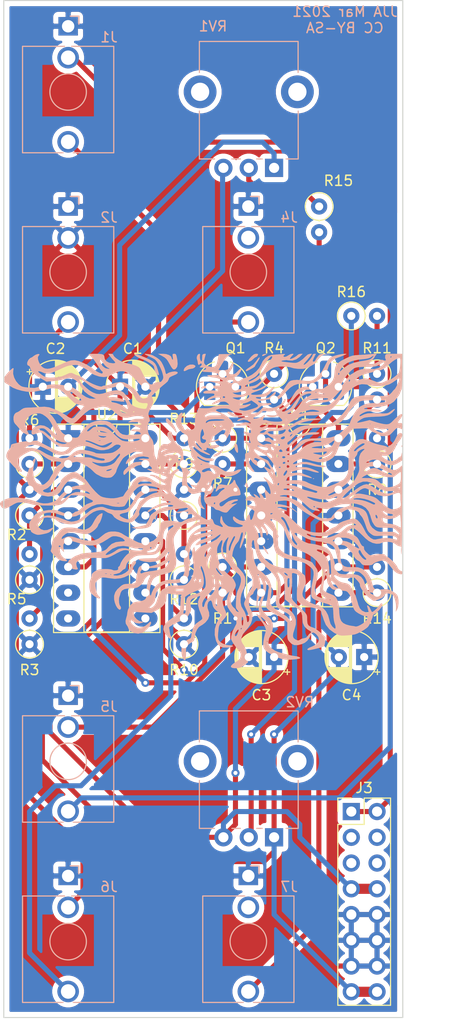
<source format=kicad_pcb>
(kicad_pcb (version 20171130) (host pcbnew 5.1.5+dfsg1-2build2)
  (layers (0 Front signal) (31 Back signal) (34 B.Paste user) (35 F.Paste user) (36 B.SilkS user) (37 F.SilkS user) (38 B.Mask user) (39 F.Mask user) (44 Edge.Cuts user))
  (net 0 "")
  (net 1 GND)
  (net 2 +12V)
  (net 3 -12V)
  (net 4 GATE)
  (net 5 "Net-(J1-PadT)")
  (net 6 "Net-(J2-PadT)")
  (net 7 "Net-(J3-Pad3)")
  (net 8 "Net-(J3-Pad4)")
  (net 9 "Net-(J3-Pad5)")
  (net 10 "Net-(J3-Pad6)")
  (net 11 "Net-(J4-PadTN)")
  (net 12 "Net-(J4-PadT)")
  (net 13 "Net-(J5-PadT)")
  (net 14 "Net-(J6-PadT)")
  (net 15 "Net-(J7-PadT)")
  (net 16 "Net-(J7-PadTN)")
  (net 17 "Net-(Q1-Pad1)")
  (net 18 "Net-(Q1-Pad3)")
  (net 19 "Net-(Q1-Pad2)")
  (net 20 "Net-(Q2-Pad2)")
  (net 21 "Net-(Q2-Pad3)")
  (net 22 "Net-(Q2-Pad1)")
  (net 23 "Net-(R1-Pad1)")
  (net 24 "Net-(R2-Pad1)")
  (net 25 "Net-(R3-Pad2)")
  (net 26 "Net-(R6-Pad1)")
  (net 27 "Net-(R7-Pad2)")
  (net 28 "Net-(R11-Pad2)")
  (net 29 "Net-(R12-Pad2)")
  (net 30 "Net-(R10-Pad2)")
  (net 31 "Net-(R13-Pad1)")
  (net 32 "Net-(R14-Pad2)")
  (net 33 "Net-(U2-Pad9)")
  (net 34 "Net-(U2-Pad10)")
  (net 35 "Net-(U2-Pad7)")
  (net 36 "Net-(U2-Pad8)")
  (net 37 "Net-(R15-Pad1)")
  (net 38 "Net-(R16-Pad1)")
  (module sun:sun_durer_40x30 (layer Back) (at 61.214 87.3125 180)
    (fp_text reference G*** hide)
    (fp_text value LOGO hide)
  )
  (module Resistor_THT:R_Axial_DIN0207_L6.3mm_D2.5mm_P2.54mm_Vertical (layer Front) (at 73.025 57.15 270)
    (fp_text reference R15 (at -2.54 -1.905 180) (layer F.SilkS))
    (fp_text value 22k)
    (pad 2 thru_hole oval (at 2.54 0 270) (size 1.6 1.6) (drill 0.8) (layers *.Cu *.Mask) (net 18 "Net-(Q1-Pad3)"))
    (pad 1 thru_hole circle (at 0 0 270) (size 1.6 1.6) (drill 0.8) (layers *.Cu *.Mask) (net 37 "Net-(R15-Pad1)"))
  )
  (module Resistor_THT:R_Axial_DIN0207_L6.3mm_D2.5mm_P2.54mm_Vertical (layer Front) (at 76.2 67.945)
    (fp_text reference R16 (at 0 -2.37) (layer F.SilkS))
    (fp_text value 22k)
    (pad 2 thru_hole oval (at 2.54 0) (size 1.6 1.6) (drill 0.8) (layers *.Cu *.Mask) (net 21 "Net-(Q2-Pad3)"))
    (pad 1 thru_hole circle (at 0 0) (size 1.6 1.6) (drill 0.8) (layers *.Cu *.Mask) (net 38 "Net-(R16-Pad1)"))
  )
  (module Resistor_THT:R_Axial_DIN0207_L6.3mm_D2.5mm_P2.54mm_Vertical (layer Front) (at 63.5 92.71 270)
    (fp_text reference R1 (at 5.08 0 180) (layer F.SilkS))
    (fp_text value 100k)
    (pad 2 thru_hole oval (at 2.54 0 270) (size 1.6 1.6) (drill 0.8) (layers *.Cu *.Mask) (net 5 "Net-(J1-PadT)"))
    (pad 1 thru_hole circle (at 0 0 270) (size 1.6 1.6) (drill 0.8) (layers *.Cu *.Mask) (net 23 "Net-(R1-Pad1)"))
  )
  (module Resistor_THT:R_Axial_DIN0207_L6.3mm_D2.5mm_P2.54mm_Vertical (layer Front) (at 44.45 87.63 90)
    (fp_text reference R2 (at -1.905 -1.27) (layer F.SilkS))
    (fp_text value 100k)
    (pad 2 thru_hole oval (at 2.54 0 90) (size 1.6 1.6) (drill 0.8) (layers *.Cu *.Mask) (net 6 "Net-(J2-PadT)"))
    (pad 1 thru_hole circle (at 0 0 90) (size 1.6 1.6) (drill 0.8) (layers *.Cu *.Mask) (net 24 "Net-(R2-Pad1)"))
  )
  (module Resistor_THT:R_Axial_DIN0207_L6.3mm_D2.5mm_P2.54mm_Vertical (layer Front) (at 44.45 100.33 90)
    (fp_text reference R3 (at -2.54 0) (layer F.SilkS))
    (fp_text value 220R)
    (pad 2 thru_hole oval (at 2.54 0 90) (size 1.6 1.6) (drill 0.8) (layers *.Cu *.Mask) (net 25 "Net-(R3-Pad2)"))
    (pad 1 thru_hole circle (at 0 0 90) (size 1.6 1.6) (drill 0.8) (layers *.Cu *.Mask) (net 1 GND))
  )
  (module Resistor_THT:R_Axial_DIN0207_L6.3mm_D2.5mm_P2.54mm_Vertical (layer Front) (at 68.58 73.66 270)
    (fp_text reference R4 (at -2.54 0 180) (layer F.SilkS))
    (fp_text value 100k)
    (pad 2 thru_hole oval (at 2.54 0 270) (size 1.6 1.6) (drill 0.8) (layers *.Cu *.Mask) (net 23 "Net-(R1-Pad1)"))
    (pad 1 thru_hole circle (at 0 0 270) (size 1.6 1.6) (drill 0.8) (layers *.Cu *.Mask) (net 18 "Net-(Q1-Pad3)"))
  )
  (module Resistor_THT:R_Axial_DIN0207_L6.3mm_D2.5mm_P2.54mm_Vertical (layer Front) (at 44.45 93.98 90)
    (fp_text reference R5 (at -1.905 -1.27 180) (layer F.SilkS))
    (fp_text value 220R)
    (pad 2 thru_hole oval (at 2.54 0 90) (size 1.6 1.6) (drill 0.8) (layers *.Cu *.Mask) (net 24 "Net-(R2-Pad1)"))
    (pad 1 thru_hole circle (at 0 0 90) (size 1.6 1.6) (drill 0.8) (layers *.Cu *.Mask) (net 1 GND))
  )
  (module Resistor_THT:R_Axial_DIN0207_L6.3mm_D2.5mm_P2.54mm_Vertical (layer Front) (at 44.45 82.55 90)
    (fp_text reference R6 (at 4.318 0) (layer F.SilkS))
    (fp_text value 13k)
    (pad 2 thru_hole oval (at 2.54 0 90) (size 1.6 1.6) (drill 0.8) (layers *.Cu *.Mask) (net 2 +12V))
    (pad 1 thru_hole circle (at 0 0 90) (size 1.6 1.6) (drill 0.8) (layers *.Cu *.Mask) (net 26 "Net-(R6-Pad1)"))
  )
  (module Resistor_THT:R_Axial_DIN0207_L6.3mm_D2.5mm_P2.54mm_Vertical (layer Front) (at 63.5 80.01 270)
    (fp_text reference R7 (at 4.445 0 180) (layer F.SilkS))
    (fp_text value 330k)
    (pad 2 thru_hole oval (at 2.54 0 270) (size 1.6 1.6) (drill 0.8) (layers *.Cu *.Mask) (net 27 "Net-(R7-Pad2)"))
    (pad 1 thru_hole circle (at 0 0 270) (size 1.6 1.6) (drill 0.8) (layers *.Cu *.Mask) (net 12 "Net-(J4-PadT)"))
  )
  (module Resistor_THT:R_Axial_DIN0207_L6.3mm_D2.5mm_P2.54mm_Vertical (layer Front) (at 78.74 82.55 90)
    (fp_text reference R8 (at -2.54 0 180) (layer F.SilkS))
    (fp_text value 100k)
    (pad 2 thru_hole oval (at 2.54 0 90) (size 1.6 1.6) (drill 0.8) (layers *.Cu *.Mask) (net 13 "Net-(J5-PadT)"))
    (pad 1 thru_hole circle (at 0 0 90) (size 1.6 1.6) (drill 0.8) (layers *.Cu *.Mask) (net 28 "Net-(R11-Pad2)"))
  )
  (module Resistor_THT:R_Axial_DIN0207_L6.3mm_D2.5mm_P2.54mm_Vertical (layer Front) (at 59.69 87.63 90)
    (fp_text reference R9 (at 5.08 0) (layer F.SilkS))
    (fp_text value 100k)
    (pad 2 thru_hole oval (at 2.54 0 90) (size 1.6 1.6) (drill 0.8) (layers *.Cu *.Mask) (net 14 "Net-(J6-PadT)"))
    (pad 1 thru_hole circle (at 0 0 90) (size 1.6 1.6) (drill 0.8) (layers *.Cu *.Mask) (net 29 "Net-(R12-Pad2)"))
  )
  (module Resistor_THT:R_Axial_DIN0207_L6.3mm_D2.5mm_P2.54mm_Vertical (layer Front) (at 59.69 100.33 90)
    (fp_text reference R10 (at -2.54 0) (layer F.SilkS))
    (fp_text value 220R)
    (pad 2 thru_hole oval (at 2.54 0 90) (size 1.6 1.6) (drill 0.8) (layers *.Cu *.Mask) (net 30 "Net-(R10-Pad2)"))
    (pad 1 thru_hole circle (at 0 0 90) (size 1.6 1.6) (drill 0.8) (layers *.Cu *.Mask) (net 1 GND))
  )
  (module Resistor_THT:R_Axial_DIN0207_L6.3mm_D2.5mm_P2.54mm_Vertical (layer Front) (at 78.74 73.66 270)
    (fp_text reference R11 (at -2.54 0) (layer F.SilkS))
    (fp_text value 100k)
    (pad 2 thru_hole oval (at 2.54 0 270) (size 1.6 1.6) (drill 0.8) (layers *.Cu *.Mask) (net 28 "Net-(R11-Pad2)"))
    (pad 1 thru_hole circle (at 0 0 270) (size 1.6 1.6) (drill 0.8) (layers *.Cu *.Mask) (net 21 "Net-(Q2-Pad3)"))
  )
  (module Resistor_THT:R_Axial_DIN0207_L6.3mm_D2.5mm_P2.54mm_Vertical (layer Front) (at 59.69 93.98 90)
    (fp_text reference R12 (at -1.905 0) (layer F.SilkS))
    (fp_text value 220R)
    (pad 2 thru_hole oval (at 2.54 0 90) (size 1.6 1.6) (drill 0.8) (layers *.Cu *.Mask) (net 29 "Net-(R12-Pad2)"))
    (pad 1 thru_hole circle (at 0 0 90) (size 1.6 1.6) (drill 0.8) (layers *.Cu *.Mask) (net 1 GND))
  )
  (module Resistor_THT:R_Axial_DIN0207_L6.3mm_D2.5mm_P2.54mm_Vertical (layer Front) (at 59.69 82.55 90)
    (fp_text reference R13 (at 4.445 0 180) (layer F.SilkS))
    (fp_text value 13k)
    (pad 2 thru_hole oval (at 2.54 0 90) (size 1.6 1.6) (drill 0.8) (layers *.Cu *.Mask) (net 2 +12V))
    (pad 1 thru_hole circle (at 0 0 90) (size 1.6 1.6) (drill 0.8) (layers *.Cu *.Mask) (net 31 "Net-(R13-Pad1)"))
  )
  (module Resistor_THT:R_Axial_DIN0207_L6.3mm_D2.5mm_P2.54mm_Vertical (layer Front) (at 78.74 95.25 90)
    (fp_text reference R14 (at -2.54 0) (layer F.SilkS))
    (fp_text value 330k)
    (pad 2 thru_hole oval (at 2.54 0 90) (size 1.6 1.6) (drill 0.8) (layers *.Cu *.Mask) (net 32 "Net-(R14-Pad2)"))
    (pad 1 thru_hole circle (at 0 0 90) (size 1.6 1.6) (drill 0.8) (layers *.Cu *.Mask) (net 15 "Net-(J7-PadT)"))
  )
  (module Capacitor_THT:CP_Radial_D5.0mm_P2.50mm (layer Front) (at 53.38 74.93)
    (fp_text reference C1 (at 1.25 -3.75) (layer F.SilkS))
    (fp_text value 0.1u)
    (pad 2 thru_hole circle (at 2.5 0) (size 1.6 1.6) (drill 0.8) (layers *.Cu *.Mask) (net 1 GND))
    (pad 1 thru_hole rect (at 0 0) (size 1.6 1.6) (drill 0.8) (layers *.Cu *.Mask) (net 2 +12V))
  )
  (module Capacitor_THT:CP_Radial_D5.0mm_P2.50mm (layer Front) (at 45.76 74.93)
    (fp_text reference C2 (at 1.25 -3.75) (layer F.SilkS))
    (fp_text value 0.1u)
    (pad 1 thru_hole rect (at 0 0) (size 1.6 1.6) (drill 0.8) (layers *.Cu *.Mask) (net 1 GND))
    (pad 2 thru_hole circle (at 2.5 0) (size 1.6 1.6) (drill 0.8) (layers *.Cu *.Mask) (net 3 -12V))
  )
  (module Capacitor_THT:CP_Radial_D5.0mm_P2.50mm (layer Front) (at 68.58 101.6 180)
    (fp_text reference C3 (at 1.25 -3.75) (layer F.SilkS))
    (fp_text value 0.1u)
    (pad 2 thru_hole circle (at 2.5 0 180) (size 1.6 1.6) (drill 0.8) (layers *.Cu *.Mask) (net 1 GND))
    (pad 1 thru_hole rect (at 0 0 180) (size 1.6 1.6) (drill 0.8) (layers *.Cu *.Mask) (net 2 +12V))
  )
  (module Capacitor_THT:CP_Radial_D5.0mm_P2.50mm (layer Front) (at 77.47 101.6 180)
    (fp_text reference C4 (at 1.25 -3.75) (layer F.SilkS))
    (fp_text value 0.1u)
    (pad 1 thru_hole rect (at 0 0 180) (size 1.6 1.6) (drill 0.8) (layers *.Cu *.Mask) (net 1 GND))
    (pad 2 thru_hole circle (at 2.5 0 180) (size 1.6 1.6) (drill 0.8) (layers *.Cu *.Mask) (net 3 -12V))
  )
  (module Connector_Audio:Jack_3.5mm_QingPu_WQP-PJ398SM_Vertical_CircularHoles (layer Back) (at 48.26 39.37 180)
    (fp_text reference J1 (at -4.03 -1.08 180) (layer B.SilkS) (effects (justify mirror)))
    (fp_text value CV1)
    (pad TN thru_hole circle (at 0 -3.1) (size 2.13 2.13) (drill 1.42) (layers *.Cu *.Mask) (net 4 GATE))
    (pad S thru_hole rect (at 0 0) (size 1.93 1.83) (drill 1.22) (layers *.Cu *.Mask) (net 1 GND))
    (pad T thru_hole circle (at 0 -11.4) (size 2.13 2.13) (drill 1.43) (layers *.Cu *.Mask) (net 5 "Net-(J1-PadT)"))
  )
  (module Connector_Audio:Jack_3.5mm_QingPu_WQP-PJ398SM_Vertical_CircularHoles (layer Back) (at 48.26 57.15 180)
    (fp_text reference J2 (at -4.03 -1.08 180) (layer B.SilkS) (effects (justify mirror)))
    (fp_text value IN1)
    (pad T thru_hole circle (at 0 -11.4) (size 2.13 2.13) (drill 1.43) (layers *.Cu *.Mask) (net 6 "Net-(J2-PadT)"))
    (pad S thru_hole rect (at 0 0) (size 1.93 1.83) (drill 1.22) (layers *.Cu *.Mask) (net 1 GND))
    (pad TN thru_hole circle (at 0 -3.1) (size 2.13 2.13) (drill 1.42) (layers *.Cu *.Mask) (net 1 GND))
  )
  (module Connector_PinHeader_2.54mm:PinHeader_2x08_P2.54mm_Vertical (layer Front) (at 76.2 116.84)
    (fp_text reference J3 (at 1.27 -2.33) (layer F.SilkS))
    (fp_text value Conn_02x08_Odd_Even)
    (pad 1 thru_hole rect (at 0 0) (size 1.7 1.7) (drill 1) (layers *.Cu *.Mask) (net 4 GATE))
    (pad 2 thru_hole oval (at 2.54 0) (size 1.7 1.7) (drill 1) (layers *.Cu *.Mask) (net 4 GATE))
    (pad 3 thru_hole oval (at 0 2.54) (size 1.7 1.7) (drill 1) (layers *.Cu *.Mask) (net 7 "Net-(J3-Pad3)"))
    (pad 4 thru_hole oval (at 2.54 2.54) (size 1.7 1.7) (drill 1) (layers *.Cu *.Mask) (net 8 "Net-(J3-Pad4)"))
    (pad 5 thru_hole oval (at 0 5.08) (size 1.7 1.7) (drill 1) (layers *.Cu *.Mask) (net 9 "Net-(J3-Pad5)"))
    (pad 6 thru_hole oval (at 2.54 5.08) (size 1.7 1.7) (drill 1) (layers *.Cu *.Mask) (net 10 "Net-(J3-Pad6)"))
    (pad 7 thru_hole oval (at 0 7.62) (size 1.7 1.7) (drill 1) (layers *.Cu *.Mask) (net 2 +12V))
    (pad 8 thru_hole oval (at 2.54 7.62) (size 1.7 1.7) (drill 1) (layers *.Cu *.Mask) (net 2 +12V))
    (pad 9 thru_hole oval (at 0 10.16) (size 1.7 1.7) (drill 1) (layers *.Cu *.Mask) (net 1 GND))
    (pad 10 thru_hole oval (at 2.54 10.16) (size 1.7 1.7) (drill 1) (layers *.Cu *.Mask) (net 1 GND))
    (pad 11 thru_hole oval (at 0 12.7) (size 1.7 1.7) (drill 1) (layers *.Cu *.Mask) (net 1 GND))
    (pad 12 thru_hole oval (at 2.54 12.7) (size 1.7 1.7) (drill 1) (layers *.Cu *.Mask) (net 1 GND))
    (pad 13 thru_hole oval (at 0 15.24) (size 1.7 1.7) (drill 1) (layers *.Cu *.Mask) (net 1 GND))
    (pad 14 thru_hole oval (at 2.54 15.24) (size 1.7 1.7) (drill 1) (layers *.Cu *.Mask) (net 1 GND))
    (pad 15 thru_hole oval (at 0 17.78) (size 1.7 1.7) (drill 1) (layers *.Cu *.Mask) (net 3 -12V))
    (pad 16 thru_hole oval (at 2.54 17.78) (size 1.7 1.7) (drill 1) (layers *.Cu *.Mask) (net 3 -12V))
  )
  (module Connector_Audio:Jack_3.5mm_QingPu_WQP-PJ398SM_Vertical_CircularHoles (layer Back) (at 66.04 57.15 180)
    (fp_text reference J4 (at -4.03 -1.08 180) (layer B.SilkS) (effects (justify mirror)))
    (fp_text value OUT1)
    (pad TN thru_hole circle (at 0 -3.1) (size 2.13 2.13) (drill 1.42) (layers *.Cu *.Mask) (net 11 "Net-(J4-PadTN)"))
    (pad S thru_hole rect (at 0 0) (size 1.93 1.83) (drill 1.22) (layers *.Cu *.Mask) (net 1 GND))
    (pad T thru_hole circle (at 0 -11.4) (size 2.13 2.13) (drill 1.43) (layers *.Cu *.Mask) (net 12 "Net-(J4-PadT)"))
  )
  (module Connector_Audio:Jack_3.5mm_QingPu_WQP-PJ398SM_Vertical_CircularHoles (layer Back) (at 48.26 105.41 180)
    (fp_text reference J5 (at -4.03 -1.08 180) (layer B.SilkS) (effects (justify mirror)))
    (fp_text value CV2)
    (pad TN thru_hole circle (at 0 -3.1) (size 2.13 2.13) (drill 1.42) (layers *.Cu *.Mask) (net 5 "Net-(J1-PadT)"))
    (pad S thru_hole rect (at 0 0) (size 1.93 1.83) (drill 1.22) (layers *.Cu *.Mask) (net 1 GND))
    (pad T thru_hole circle (at 0 -11.4) (size 2.13 2.13) (drill 1.43) (layers *.Cu *.Mask) (net 13 "Net-(J5-PadT)"))
  )
  (module Connector_Audio:Jack_3.5mm_QingPu_WQP-PJ398SM_Vertical_CircularHoles (layer Back) (at 48.26 123.19 180)
    (fp_text reference J6 (at -4.03 -1.08 180) (layer B.SilkS) (effects (justify mirror)))
    (fp_text value IN2)
    (pad T thru_hole circle (at 0 -11.4) (size 2.13 2.13) (drill 1.43) (layers *.Cu *.Mask) (net 14 "Net-(J6-PadT)"))
    (pad S thru_hole rect (at 0 0) (size 1.93 1.83) (drill 1.22) (layers *.Cu *.Mask) (net 1 GND))
    (pad TN thru_hole circle (at 0 -3.1) (size 2.13 2.13) (drill 1.42) (layers *.Cu *.Mask) (net 6 "Net-(J2-PadT)"))
  )
  (module Connector_Audio:Jack_3.5mm_QingPu_WQP-PJ398SM_Vertical_CircularHoles (layer Back) (at 66.04 123.19 180)
    (fp_text reference J7 (at -4.03 -1.08 180) (layer B.SilkS) (effects (justify mirror)))
    (fp_text value OUT2)
    (pad T thru_hole circle (at 0 -11.4) (size 2.13 2.13) (drill 1.43) (layers *.Cu *.Mask) (net 15 "Net-(J7-PadT)"))
    (pad S thru_hole rect (at 0 0) (size 1.93 1.83) (drill 1.22) (layers *.Cu *.Mask) (net 1 GND))
    (pad TN thru_hole circle (at 0 -3.1) (size 2.13 2.13) (drill 1.42) (layers *.Cu *.Mask) (net 16 "Net-(J7-PadTN)"))
  )
  (module Package_TO_SOT_THT:TO-92_HandSolder (layer Front) (at 62.23 74.93)
    (fp_text reference Q1 (at 2.54 -3.81) (layer F.SilkS))
    (fp_text value BC557)
    (pad 1 thru_hole rect (at 0 0) (size 1.1 1.8) (drill 0.75 (offset 0 0.4)) (layers *.Cu *.Mask) (net 17 "Net-(Q1-Pad1)"))
    (pad 3 thru_hole roundrect (at 2.54 0) (size 1.1 1.8) (drill 0.75 (offset 0 0.4)) (layers *.Cu *.Mask) (net 18 "Net-(Q1-Pad3)"))
    (pad 2 thru_hole roundrect (at 1.27 -1.27) (size 1.1 1.8) (drill 0.75 (offset 0 -0.4)) (layers *.Cu *.Mask) (net 19 "Net-(Q1-Pad2)"))
  )
  (module Package_TO_SOT_THT:TO-92_HandSolder (layer Front) (at 72.39 74.93)
    (fp_text reference Q2 (at 1.27 -3.81) (layer F.SilkS))
    (fp_text value BC557)
    (pad 2 thru_hole roundrect (at 1.27 -1.27) (size 1.1 1.8) (drill 0.75 (offset 0 -0.4)) (layers *.Cu *.Mask) (net 20 "Net-(Q2-Pad2)"))
    (pad 3 thru_hole roundrect (at 2.54 0) (size 1.1 1.8) (drill 0.75 (offset 0 0.4)) (layers *.Cu *.Mask) (net 21 "Net-(Q2-Pad3)"))
    (pad 1 thru_hole rect (at 0 0) (size 1.1 1.8) (drill 0.75 (offset 0 0.4)) (layers *.Cu *.Mask) (net 22 "Net-(Q2-Pad1)"))
  )
  (module Potentiometer_THT:Potentiometer_Alpha_RD901F-40-00D_Single_Vertical_CircularHoles (layer Back) (at 68.58 53.34 90)
    (fp_text reference RV1 (at 13.97 -6.03) (layer B.SilkS) (effects (justify mirror)))
    (fp_text value 100k)
    (pad 1 thru_hole rect (at 0 0) (size 1.8 1.8) (drill 1) (layers *.Cu *.Mask) (net 3 -12V))
    (pad 2 thru_hole circle (at 0 -2.5) (size 1.8 1.8) (drill 1) (layers *.Cu *.Mask) (net 37 "Net-(R15-Pad1)"))
    (pad 3 thru_hole circle (at 0 -5) (size 1.8 1.8) (drill 1) (layers *.Cu *.Mask) (net 2 +12V))
    (pad "" thru_hole circle (at 7.5 -7.3) (size 3.24 3.24) (drill 1.8) (layers *.Cu *.Mask))
    (pad "" thru_hole circle (at 7.5 2.3) (size 3.24 3.24) (drill 1.8) (layers *.Cu *.Mask))
  )
  (module Potentiometer_THT:Potentiometer_Alpha_RD901F-40-00D_Single_Vertical_CircularHoles (layer Back) (at 68.58 119.38 90)
    (fp_text reference RV2 (at 13.335 2.54 180) (layer B.SilkS) (effects (justify mirror)))
    (fp_text value 100k)
    (pad "" thru_hole circle (at 7.5 2.3) (size 3.24 3.24) (drill 1.8) (layers *.Cu *.Mask))
    (pad "" thru_hole circle (at 7.5 -7.3) (size 3.24 3.24) (drill 1.8) (layers *.Cu *.Mask))
    (pad 3 thru_hole circle (at 0 -5) (size 1.8 1.8) (drill 1) (layers *.Cu *.Mask) (net 2 +12V))
    (pad 2 thru_hole circle (at 0 -2.5) (size 1.8 1.8) (drill 1) (layers *.Cu *.Mask) (net 38 "Net-(R16-Pad1)"))
    (pad 1 thru_hole rect (at 0 0) (size 1.8 1.8) (drill 1) (layers *.Cu *.Mask) (net 3 -12V))
  )
  (module Package_DIP:DIP-14_W7.62mm_Socket_LongPads (layer Front) (at 67.31 80.01)
    (fp_text reference U1 (at 3.81 -2.33) (layer F.SilkS))
    (fp_text value TL074)
    (pad 1 thru_hole rect (at 0 0) (size 2.4 1.6) (drill 0.8) (layers *.Cu *.Mask) (net 12 "Net-(J4-PadT)"))
    (pad 8 thru_hole oval (at 7.62 15.24) (size 2.4 1.6) (drill 0.8) (layers *.Cu *.Mask) (net 15 "Net-(J7-PadT)"))
    (pad 2 thru_hole oval (at 0 2.54) (size 2.4 1.6) (drill 0.8) (layers *.Cu *.Mask) (net 27 "Net-(R7-Pad2)"))
    (pad 9 thru_hole oval (at 7.62 12.7) (size 2.4 1.6) (drill 0.8) (layers *.Cu *.Mask) (net 32 "Net-(R14-Pad2)"))
    (pad 3 thru_hole oval (at 0 5.08) (size 2.4 1.6) (drill 0.8) (layers *.Cu *.Mask) (net 1 GND))
    (pad 10 thru_hole oval (at 7.62 10.16) (size 2.4 1.6) (drill 0.8) (layers *.Cu *.Mask) (net 1 GND))
    (pad 4 thru_hole oval (at 0 7.62) (size 2.4 1.6) (drill 0.8) (layers *.Cu *.Mask) (net 2 +12V))
    (pad 11 thru_hole oval (at 7.62 7.62) (size 2.4 1.6) (drill 0.8) (layers *.Cu *.Mask) (net 3 -12V))
    (pad 5 thru_hole oval (at 0 10.16) (size 2.4 1.6) (drill 0.8) (layers *.Cu *.Mask) (net 1 GND))
    (pad 12 thru_hole oval (at 7.62 5.08) (size 2.4 1.6) (drill 0.8) (layers *.Cu *.Mask) (net 1 GND))
    (pad 6 thru_hole oval (at 0 12.7) (size 2.4 1.6) (drill 0.8) (layers *.Cu *.Mask) (net 23 "Net-(R1-Pad1)"))
    (pad 13 thru_hole oval (at 7.62 2.54) (size 2.4 1.6) (drill 0.8) (layers *.Cu *.Mask) (net 28 "Net-(R11-Pad2)"))
    (pad 7 thru_hole oval (at 0 15.24) (size 2.4 1.6) (drill 0.8) (layers *.Cu *.Mask) (net 19 "Net-(Q1-Pad2)"))
    (pad 14 thru_hole oval (at 7.62 0) (size 2.4 1.6) (drill 0.8) (layers *.Cu *.Mask) (net 20 "Net-(Q2-Pad2)"))
  )
  (module Package_DIP:DIP-16_W7.62mm_Socket_LongPads (layer Front) (at 48.26 80.01)
    (fp_text reference U2 (at 3.81 -2.33) (layer F.SilkS))
    (fp_text value LM13700)
    (pad 1 thru_hole rect (at 0 0) (size 2.4 1.6) (drill 0.8) (layers *.Cu *.Mask) (net 17 "Net-(Q1-Pad1)"))
    (pad 9 thru_hole oval (at 7.62 17.78) (size 2.4 1.6) (drill 0.8) (layers *.Cu *.Mask) (net 33 "Net-(U2-Pad9)"))
    (pad 2 thru_hole oval (at 0 2.54) (size 2.4 1.6) (drill 0.8) (layers *.Cu *.Mask) (net 26 "Net-(R6-Pad1)"))
    (pad 10 thru_hole oval (at 7.62 15.24) (size 2.4 1.6) (drill 0.8) (layers *.Cu *.Mask) (net 34 "Net-(U2-Pad10)"))
    (pad 3 thru_hole oval (at 0 5.08) (size 2.4 1.6) (drill 0.8) (layers *.Cu *.Mask) (net 24 "Net-(R2-Pad1)"))
    (pad 11 thru_hole oval (at 7.62 12.7) (size 2.4 1.6) (drill 0.8) (layers *.Cu *.Mask) (net 2 +12V))
    (pad 4 thru_hole oval (at 0 7.62) (size 2.4 1.6) (drill 0.8) (layers *.Cu *.Mask) (net 25 "Net-(R3-Pad2)"))
    (pad 12 thru_hole oval (at 7.62 10.16) (size 2.4 1.6) (drill 0.8) (layers *.Cu *.Mask) (net 32 "Net-(R14-Pad2)"))
    (pad 5 thru_hole oval (at 0 10.16) (size 2.4 1.6) (drill 0.8) (layers *.Cu *.Mask) (net 27 "Net-(R7-Pad2)"))
    (pad 13 thru_hole oval (at 7.62 7.62) (size 2.4 1.6) (drill 0.8) (layers *.Cu *.Mask) (net 30 "Net-(R10-Pad2)"))
    (pad 6 thru_hole oval (at 0 12.7) (size 2.4 1.6) (drill 0.8) (layers *.Cu *.Mask) (net 3 -12V))
    (pad 14 thru_hole oval (at 7.62 5.08) (size 2.4 1.6) (drill 0.8) (layers *.Cu *.Mask) (net 29 "Net-(R12-Pad2)"))
    (pad 7 thru_hole oval (at 0 15.24) (size 2.4 1.6) (drill 0.8) (layers *.Cu *.Mask) (net 35 "Net-(U2-Pad7)"))
    (pad 15 thru_hole oval (at 7.62 2.54) (size 2.4 1.6) (drill 0.8) (layers *.Cu *.Mask) (net 31 "Net-(R13-Pad1)"))
    (pad 8 thru_hole oval (at 0 17.78) (size 2.4 1.6) (drill 0.8) (layers *.Cu *.Mask) (net 36 "Net-(U2-Pad8)"))
    (pad 16 thru_hole oval (at 7.62 0) (size 2.4 1.6) (drill 0.8) (layers *.Cu *.Mask) (net 22 "Net-(Q2-Pad1)"))
  )
  (gr_text "JJA Mar 2021\nCC BY-SA" (at 75.565 38.735) (layer B.SilkS) (effects (font (size 1 1)) (justify mirror)))
  (gr_line (start 71.12 36.83) (end 81.28 36.83) (layer Edge.Cuts) (width 0.1))
  (gr_line (start 71.12 137.16) (end 81.28 137.16) (layer Edge.Cuts) (width 0.1))
  (gr_line (start 41.91 137.16) (end 41.91 36.83) (layer Edge.Cuts) (width 0.1))
  (gr_line (start 71.12 137.16) (end 41.91 137.16) (layer Edge.Cuts) (width 0.1))
  (gr_line (start 81.28 36.83) (end 81.28 137.16) (layer Edge.Cuts) (width 0.1))
  (gr_line (start 41.91 36.83) (end 71.12 36.83) (layer Edge.Cuts) (width 0.1))
  (segment (start 60.990001 95.280001) (end 60.489999 94.779999) (width 0.5) (layer Back) (net 1))
  (segment (start 60.990001 99.029999) (end 60.990001 95.280001) (width 0.5) (layer Back) (net 1))
  (segment (start 59.69 100.33) (end 60.990001 99.029999) (width 0.5) (layer Back) (net 1))
  (segment (start 60.489999 94.779999) (end 59.69 93.98) (width 0.5) (layer Back) (net 1))
  (segment (start 60.990001 95.280001) (end 60.489999 94.779999) (width 0.5) (layer Front) (net 1))
  (segment (start 60.990001 99.029999) (end 60.990001 95.280001) (width 0.5) (layer Front) (net 1))
  (segment (start 59.69 100.33) (end 60.990001 99.029999) (width 0.5) (layer Front) (net 1))
  (segment (start 60.489999 94.779999) (end 59.69 93.98) (width 0.5) (layer Front) (net 1))
  (via (at 64.77 85.09) (size 0.8) (drill 0.4) (layers Front Back) (net 1))
  (via (at 64.77 97.79) (size 0.8) (drill 0.4) (layers Front Back) (net 1))
  (segment (start 53.38 91.91) (end 54.18 92.71) (width 0.5) (layer Front) (net 2))
  (segment (start 53.38 74.93) (end 53.38 91.91) (width 0.5) (layer Front) (net 2))
  (segment (start 54.18 92.71) (end 55.88 92.71) (width 0.5) (layer Front) (net 2))
  (segment (start 69.85 88.47) (end 69.85 99.06) (width 0.5) (layer Back) (net 2))
  (segment (start 69.01 87.63) (end 69.85 88.47) (width 0.5) (layer Back) (net 2))
  (segment (start 67.31 87.63) (end 69.01 87.63) (width 0.5) (layer Back) (net 2))
  (segment (start 53.38 73.63) (end 63.5 63.51) (width 0.5) (layer Back) (net 2))
  (segment (start 53.38 74.93) (end 53.38 73.63) (width 0.5) (layer Back) (net 2))
  (segment (start 63.5 63.51) (end 63.5 53.34) (width 0.5) (layer Back) (net 2))
  (segment (start 68.58 100.3) (end 69.82 99.06) (width 0.5) (layer Back) (net 2))
  (segment (start 69.82 99.06) (end 69.85 99.06) (width 0.5) (layer Back) (net 2))
  (segment (start 68.58 101.6) (end 68.58 100.3) (width 0.5) (layer Back) (net 2))
  (segment (start 78.74 124.46) (end 76.2 124.46) (width 1) (layer Front) (net 2))
  (segment (start 63.58 119.38) (end 63.58 118.03) (width 0.5) (layer Back) (net 2))
  (segment (start 63.58 118.03) (end 64.77 116.84) (width 0.5) (layer Back) (net 2))
  (segment (start 64.77 116.84) (end 68.58 116.84) (width 0.5) (layer Back) (net 2))
  (segment (start 68.58 116.84) (end 69.85 116.84) (width 0.5) (layer Back) (net 2))
  (segment (start 69.85 116.84) (end 69.980001 116.970001) (width 0.5) (layer Back) (net 2))
  (segment (start 69.980001 116.970001) (end 71.12 118.11) (width 0.5) (layer Back) (net 2))
  (segment (start 71.12 118.11) (end 71.12 119.38) (width 0.5) (layer Back) (net 2))
  (segment (start 71.12 119.38) (end 76.2 124.46) (width 0.5) (layer Back) (net 2))
  (segment (start 68.58 102.9) (end 64.77 106.71) (width 0.5) (layer Back) (net 2))
  (segment (start 68.58 101.6) (end 68.58 102.9) (width 0.5) (layer Back) (net 2))
  (segment (start 64.77 106.71) (end 64.77 113.03) (width 0.5) (layer Back) (net 2))
  (segment (start 64.77 113.03) (end 64.77 113.03) (width 0.5) (layer Back) (net 2))
  (via (at 64.77 113.03) (size 0.8) (drill 0.4) (layers Front Back) (net 2))
  (segment (start 64.77 113.03) (end 64.77 113.03) (width 0.5) (layer Back) (net 2))
  (via (at 64.77 113.03) (size 0.8) (drill 0.4) (layers Front Back) (net 2))
  (segment (start 44.45 73.739998) (end 45.72 72.469998) (width 0.5) (layer Front) (net 2))
  (segment (start 44.45 80.01) (end 44.45 73.739998) (width 0.5) (layer Front) (net 2))
  (segment (start 45.72 72.469998) (end 50.879998 72.469998) (width 0.5) (layer Front) (net 2))
  (segment (start 50.879998 72.469998) (end 53.34 74.93) (width 0.5) (layer Front) (net 2))
  (segment (start 64.77 118.11) (end 64.77 113.03) (width 0.5) (layer Front) (net 2))
  (segment (start 63.5 119.38) (end 64.77 118.11) (width 0.5) (layer Front) (net 2))
  (segment (start 56.813798 119.38) (end 63.5 119.38) (width 0.5) (layer Front) (net 2))
  (segment (start 46.47001 109.036212) (end 56.813798 119.38) (width 0.5) (layer Front) (net 2))
  (segment (start 46.47001 103.180664) (end 46.47001 109.036212) (width 0.5) (layer Front) (net 2))
  (segment (start 53.38 96.270674) (end 46.47001 103.180664) (width 0.5) (layer Front) (net 2))
  (segment (start 53.38 91.91) (end 53.38 96.270674) (width 0.5) (layer Front) (net 2))
  (segment (start 58.55863 80.01) (end 53.47863 74.93) (width 0.5) (layer Front) (net 2))
  (segment (start 59.69 80.01) (end 58.55863 80.01) (width 0.5) (layer Front) (net 2))
  (segment (start 53.47863 74.93) (end 53.34 74.93) (width 0.5) (layer Front) (net 2))
  (segment (start 48.26 74.93) (end 50.8 77.47) (width 0.5) (layer Front) (net 3))
  (segment (start 50.8 91.87) (end 49.96 92.71) (width 0.5) (layer Front) (net 3))
  (segment (start 49.96 92.71) (end 48.26 92.71) (width 0.5) (layer Front) (net 3))
  (segment (start 74.97 101.6) (end 72.43 99.06) (width 0.5) (layer Back) (net 3))
  (segment (start 72.43 99.06) (end 72.43 90.21) (width 0.5) (layer Back) (net 3))
  (segment (start 72.43 88.43) (end 73.23 87.63) (width 0.5) (layer Back) (net 3))
  (segment (start 72.43 90.21) (end 72.43 88.43) (width 0.5) (layer Back) (net 3))
  (segment (start 73.23 87.63) (end 74.93 87.63) (width 0.5) (layer Back) (net 3))
  (segment (start 76.2 134.62) (end 78.74 134.62) (width 1) (layer Front) (net 3))
  (segment (start 68.58 53.34) (end 68.579999 52.912003) (width 0.5) (layer Back) (net 3))
  (segment (start 68.58 51.94) (end 67.44 50.8) (width 0.5) (layer Back) (net 3))
  (segment (start 68.58 53.34) (end 68.58 51.94) (width 0.5) (layer Back) (net 3))
  (segment (start 67.44 50.8) (end 63.5 50.8) (width 0.5) (layer Back) (net 3))
  (segment (start 63.5 50.8) (end 53.34 60.96) (width 0.5) (layer Back) (net 3))
  (segment (start 53.34 60.96) (end 53.34 69.85) (width 0.5) (layer Back) (net 3))
  (segment (start 53.34 69.85) (end 48.26 74.93) (width 0.5) (layer Back) (net 3))
  (segment (start 68.58 119.38) (end 68.58 127) (width 0.5) (layer Back) (net 3))
  (segment (start 68.58 127) (end 76.2 134.62) (width 0.5) (layer Back) (net 3))
  (segment (start 68.58 119.38) (end 68.58 109.22) (width 0.5) (layer Front) (net 3))
  (segment (start 68.58 109.22) (end 68.58 109.22) (width 0.5) (layer Front) (net 3))
  (via (at 68.58 109.22) (size 0.8) (drill 0.4) (layers Front Back) (net 3))
  (segment (start 68.58 109.22) (end 74.93 102.87) (width 0.5) (layer Back) (net 3))
  (segment (start 74.93 102.87) (end 74.93 101.6) (width 0.5) (layer Back) (net 3))
  (segment (start 50.8 91.44) (end 50.8 91.87) (width 0.5) (layer Front) (net 3))
  (segment (start 50.8 77.47) (end 50.8 91.44) (width 0.5) (layer Front) (net 3))
  (segment (start 68.58 120.78) (end 68.58 119.38) (width 0.5) (layer Front) (net 3))
  (segment (start 67.585001 121.774999) (end 68.58 120.78) (width 0.5) (layer Front) (net 3))
  (segment (start 50.8 97.79) (end 45.72 102.87) (width 0.5) (layer Front) (net 3))
  (segment (start 50.8 91.44) (end 50.8 97.79) (width 0.5) (layer Front) (net 3))
  (segment (start 56.025001 121.774999) (end 55.734999 121.774999) (width 0.5) (layer Front) (net 3))
  (segment (start 55.734999 121.774999) (end 45.72 111.76) (width 0.5) (layer Front) (net 3))
  (segment (start 45.72 102.87) (end 45.72 111.76) (width 0.5) (layer Front) (net 3))
  (segment (start 55.541201 121.774999) (end 56.025001 121.774999) (width 0.5) (layer Front) (net 3))
  (segment (start 56.025001 121.774999) (end 67.585001 121.774999) (width 0.5) (layer Front) (net 3))
  (segment (start 76.2 116.84) (end 78.74 116.84) (width 0.5) (layer Front) (net 4))
  (segment (start 80.040001 115.539999) (end 80.040001 58.450001) (width 0.5) (layer Front) (net 4))
  (segment (start 78.74 116.84) (end 80.040001 115.539999) (width 0.5) (layer Front) (net 4))
  (segment (start 80.040001 58.450001) (end 72.39 50.8) (width 0.5) (layer Front) (net 4))
  (segment (start 72.39 50.8) (end 57.15 50.8) (width 0.5) (layer Front) (net 4))
  (segment (start 57.15 50.8) (end 48.26 41.91) (width 0.5) (layer Front) (net 4))
  (segment (start 63.5 96.38137) (end 63.5 95.25) (width 0.5) (layer Front) (net 5))
  (segment (start 63.5 101.6) (end 63.5 96.38137) (width 0.5) (layer Front) (net 5))
  (segment (start 56.59 108.51) (end 63.5 101.6) (width 0.5) (layer Front) (net 5))
  (segment (start 48.26 108.51) (end 56.59 108.51) (width 0.5) (layer Front) (net 5))
  (segment (start 57.180001 59.690001) (end 57.180001 75.575999) (width 0.5) (layer Front) (net 5))
  (segment (start 48.26 50.77) (end 57.180001 59.690001) (width 0.5) (layer Front) (net 5))
  (segment (start 62.36863 95.25) (end 61.595 94.47637) (width 0.5) (layer Back) (net 5))
  (segment (start 63.5 95.25) (end 62.36863 95.25) (width 0.5) (layer Back) (net 5))
  (segment (start 61.595 94.47637) (end 61.595 85.09) (width 0.5) (layer Back) (net 5))
  (segment (start 61.595 85.09) (end 61.595 85.09) (width 0.5) (layer Back) (net 5))
  (via (at 61.595 85.09) (size 0.8) (drill 0.4) (layers Front Back) (net 5))
  (segment (start 61.595 85.09) (end 61.595 80.01) (width 0.5) (layer Front) (net 5))
  (segment (start 57.180001 75.575999) (end 61.595 80.01) (width 0.5) (layer Front) (net 5))
  (segment (start 43.149999 114.016201) (end 43.149999 86.390001) (width 0.5) (layer Front) (net 6))
  (segment (start 49.725001 120.591203) (end 43.149999 114.016201) (width 0.5) (layer Front) (net 6))
  (segment (start 49.725001 124.824999) (end 49.725001 120.591203) (width 0.5) (layer Front) (net 6))
  (segment (start 43.149999 86.390001) (end 43.650001 85.889999) (width 0.5) (layer Front) (net 6))
  (segment (start 48.26 126.29) (end 49.725001 124.824999) (width 0.5) (layer Front) (net 6))
  (segment (start 43.650001 85.889999) (end 44.45 85.09) (width 0.5) (layer Front) (net 6))
  (segment (start 43.149999 83.789999) (end 43.149999 73.690001) (width 0.5) (layer Front) (net 6))
  (segment (start 44.45 85.09) (end 43.149999 83.789999) (width 0.5) (layer Front) (net 6))
  (segment (start 43.149999 73.690001) (end 48.26 68.58) (width 0.5) (layer Front) (net 6))
  (segment (start 67.31 80.01) (end 63.5 80.01) (width 0.5) (layer Front) (net 12))
  (segment (start 66.04 68.55) (end 63.53 68.55) (width 0.5) (layer Front) (net 12))
  (segment (start 63.53 68.55) (end 60.96 71.12) (width 0.5) (layer Front) (net 12))
  (segment (start 60.96 71.12) (end 60.96 77.47) (width 0.5) (layer Front) (net 12))
  (segment (start 60.96 77.47) (end 63.5 80.01) (width 0.5) (layer Front) (net 12))
  (segment (start 80.040001 110.459999) (end 80.040001 81.310001) (width 0.5) (layer Back) (net 13))
  (segment (start 80.040001 81.310001) (end 78.74 80.01) (width 0.5) (layer Back) (net 13))
  (segment (start 49.580001 115.489999) (end 75.010001 115.489999) (width 0.5) (layer Back) (net 13))
  (segment (start 48.26 116.81) (end 49.580001 115.489999) (width 0.5) (layer Back) (net 13))
  (segment (start 75.010001 115.489999) (end 80.040001 110.459999) (width 0.5) (layer Back) (net 13))
  (segment (start 48.26 134.59) (end 44.45 130.78) (width 0.5) (layer Back) (net 14))
  (segment (start 44.45 130.78) (end 44.45 116.84) (width 0.5) (layer Back) (net 14))
  (segment (start 44.45 116.84) (end 46.99 114.3) (width 0.5) (layer Back) (net 14))
  (segment (start 46.99 114.3) (end 49.53 114.3) (width 0.5) (layer Back) (net 14))
  (segment (start 58.389999 86.390001) (end 58.890001 85.889999) (width 0.5) (layer Back) (net 14))
  (segment (start 58.389999 105.440001) (end 58.389999 86.390001) (width 0.5) (layer Back) (net 14))
  (segment (start 49.53 114.3) (end 58.389999 105.440001) (width 0.5) (layer Back) (net 14))
  (segment (start 58.890001 85.889999) (end 59.69 85.09) (width 0.5) (layer Back) (net 14))
  (segment (start 78.74 95.25) (end 74.93 95.25) (width 0.5) (layer Front) (net 15))
  (segment (start 73.000001 127.629999) (end 73.000001 97.179999) (width 0.5) (layer Front) (net 15))
  (segment (start 66.04 134.59) (end 73.000001 127.629999) (width 0.5) (layer Front) (net 15))
  (segment (start 73.000001 97.179999) (end 74.93 95.25) (width 0.5) (layer Front) (net 15))
  (segment (start 62.23 74.93) (end 59.69 77.47) (width 0.5) (layer Back) (net 17))
  (segment (start 49.5 77.47) (end 48.26 78.71) (width 0.5) (layer Back) (net 17))
  (segment (start 59.69 77.47) (end 49.5 77.47) (width 0.5) (layer Back) (net 17))
  (segment (start 48.26 78.71) (end 48.26 80.01) (width 0.5) (layer Back) (net 17))
  (segment (start 64.77 74.93) (end 67.31 74.93) (width 0.5) (layer Front) (net 18))
  (segment (start 67.31 74.93) (end 68.58 73.66) (width 0.5) (layer Front) (net 18))
  (segment (start 73.025 59.69) (end 73.025 69.215) (width 0.5) (layer Front) (net 18))
  (segment (start 73.025 69.215) (end 68.58 73.66) (width 0.5) (layer Front) (net 18))
  (segment (start 68.910001 78.709999) (end 69.85 79.649998) (width 0.5) (layer Front) (net 19))
  (segment (start 66.153969 78.709999) (end 68.910001 78.709999) (width 0.5) (layer Front) (net 19))
  (segment (start 63.5 76.05603) (end 66.153969 78.709999) (width 0.5) (layer Front) (net 19))
  (segment (start 63.5 73.66) (end 63.5 76.05603) (width 0.5) (layer Front) (net 19))
  (segment (start 69.85 94.41) (end 69.01 95.25) (width 0.5) (layer Front) (net 19))
  (segment (start 69.85 79.649998) (end 69.85 94.41) (width 0.5) (layer Front) (net 19))
  (segment (start 69.01 95.25) (end 67.31 95.25) (width 0.5) (layer Front) (net 19))
  (segment (start 73.66 73.66) (end 73.66 77.44) (width 0.5) (layer Front) (net 20))
  (segment (start 73.66 77.44) (end 74.93 78.71) (width 0.5) (layer Front) (net 20))
  (segment (start 74.93 78.71) (end 74.93 80.01) (width 0.5) (layer Front) (net 20))
  (segment (start 74.93 74.93) (end 77.47 74.93) (width 0.5) (layer Front) (net 21))
  (segment (start 77.47 74.93) (end 78.74 73.66) (width 0.5) (layer Front) (net 21))
  (segment (start 74.93 74.93) (end 74.93 75.140002) (width 0.5) (layer Back) (net 21))
  (segment (start 78.74 67.945) (end 78.74 73.66) (width 0.5) (layer Front) (net 21))
  (segment (start 56.36999 78.22001) (end 55.88 78.71) (width 0.5) (layer Back) (net 22))
  (segment (start 69.09999 78.22001) (end 56.36999 78.22001) (width 0.5) (layer Back) (net 22))
  (segment (start 72.39 74.93) (end 69.09999 78.22001) (width 0.5) (layer Back) (net 22))
  (segment (start 55.88 78.71) (end 55.88 80.01) (width 0.5) (layer Back) (net 22))
  (segment (start 67.31 92.71) (end 63.5 92.71) (width 0.5) (layer Front) (net 23))
  (segment (start 64.800001 94.010001) (end 64.299999 93.509999) (width 0.5) (layer Front) (net 23))
  (segment (start 64.800001 95.280001) (end 64.800001 94.010001) (width 0.5) (layer Front) (net 23))
  (segment (start 66.409999 96.889999) (end 64.800001 95.280001) (width 0.5) (layer Front) (net 23))
  (segment (start 68.430675 96.889999) (end 66.409999 96.889999) (width 0.5) (layer Front) (net 23))
  (segment (start 70.600009 94.720665) (end 68.430675 96.889999) (width 0.5) (layer Front) (net 23))
  (segment (start 70.600009 78.220009) (end 70.600009 94.720665) (width 0.5) (layer Front) (net 23))
  (segment (start 68.58 76.2) (end 70.600009 78.220009) (width 0.5) (layer Front) (net 23))
  (segment (start 64.299999 93.509999) (end 63.5 92.71) (width 0.5) (layer Front) (net 23))
  (segment (start 44.45 87.63) (end 44.45 91.44) (width 0.5) (layer Front) (net 24))
  (segment (start 44.45 87.63) (end 45.72 86.36) (width 0.5) (layer Front) (net 24))
  (segment (start 45.72 86.36) (end 46.99 85.09) (width 0.5) (layer Front) (net 24))
  (segment (start 46.99 85.09) (end 48.26 85.09) (width 0.5) (layer Front) (net 24))
  (segment (start 45.750001 88.439999) (end 46.56 87.63) (width 0.5) (layer Front) (net 25))
  (segment (start 45.750001 96.489999) (end 45.750001 88.439999) (width 0.5) (layer Front) (net 25))
  (segment (start 44.45 97.79) (end 45.750001 96.489999) (width 0.5) (layer Front) (net 25))
  (segment (start 46.56 87.63) (end 48.26 87.63) (width 0.5) (layer Front) (net 25))
  (segment (start 44.45 82.55) (end 48.26 82.55) (width 0.5) (layer Front) (net 26))
  (segment (start 67.31 82.55) (end 63.5 82.55) (width 0.5) (layer Front) (net 27))
  (segment (start 49.96 90.17) (end 50.8 91.01) (width 0.5) (layer Back) (net 27))
  (segment (start 48.26 90.17) (end 49.96 90.17) (width 0.5) (layer Back) (net 27))
  (segment (start 50.8 91.01) (end 50.8 99.06) (width 0.5) (layer Back) (net 27))
  (segment (start 50.8 99.06) (end 55.88 104.14) (width 0.5) (layer Back) (net 27))
  (segment (start 55.88 104.14) (end 55.88 104.14) (width 0.5) (layer Back) (net 27))
  (via (at 55.88 104.14) (size 0.8) (drill 0.4) (layers Front Back) (net 27))
  (segment (start 55.88 104.14) (end 59.899326 104.14) (width 0.5) (layer Front) (net 27))
  (segment (start 63.5 84.517002) (end 63.5 83.68137) (width 0.5) (layer Front) (net 27))
  (segment (start 61.740011 86.276991) (end 63.5 84.517002) (width 0.5) (layer Front) (net 27))
  (segment (start 61.740011 102.299315) (end 61.740011 86.276991) (width 0.5) (layer Front) (net 27))
  (segment (start 59.899326 104.14) (end 61.740011 102.299315) (width 0.5) (layer Front) (net 27))
  (segment (start 63.5 83.68137) (end 63.5 82.55) (width 0.5) (layer Front) (net 27))
  (segment (start 78.74 82.55) (end 74.93 82.55) (width 0.5) (layer Front) (net 28))
  (segment (start 77.439999 81.249999) (end 77.940001 81.750001) (width 0.5) (layer Front) (net 28))
  (segment (start 77.439999 77.500001) (end 77.439999 81.249999) (width 0.5) (layer Front) (net 28))
  (segment (start 78.74 76.2) (end 77.439999 77.500001) (width 0.5) (layer Front) (net 28))
  (segment (start 77.940001 81.750001) (end 78.74 82.55) (width 0.5) (layer Front) (net 28))
  (segment (start 59.69 91.44) (end 59.69 87.63) (width 0.5) (layer Front) (net 29))
  (segment (start 59.69 87.63) (end 58.42 86.36) (width 0.5) (layer Front) (net 29))
  (segment (start 58.42 86.36) (end 57.15 85.09) (width 0.5) (layer Front) (net 29))
  (segment (start 57.15 85.09) (end 55.88 85.09) (width 0.5) (layer Front) (net 29))
  (segment (start 58.389999 88.439999) (end 57.58 87.63) (width 0.5) (layer Front) (net 30))
  (segment (start 58.389999 96.489999) (end 58.389999 88.439999) (width 0.5) (layer Front) (net 30))
  (segment (start 59.69 97.79) (end 58.389999 96.489999) (width 0.5) (layer Front) (net 30))
  (segment (start 57.58 87.63) (end 55.88 87.63) (width 0.5) (layer Front) (net 30))
  (segment (start 55.88 82.55) (end 59.69 82.55) (width 0.5) (layer Front) (net 31))
  (segment (start 78.74 92.71) (end 74.93 92.71) (width 0.5) (layer Front) (net 32))
  (segment (start 57.58001 90.17001) (end 57.58001 100.76001) (width 0.5) (layer Front) (net 32))
  (segment (start 57.58 90.17) (end 57.58001 90.17001) (width 0.5) (layer Front) (net 32))
  (segment (start 55.88 90.17) (end 57.58 90.17) (width 0.5) (layer Front) (net 32))
  (segment (start 57.58001 100.76001) (end 59.69 102.87) (width 0.5) (layer Front) (net 32))
  (segment (start 59.69 102.87) (end 59.69 102.87) (width 0.5) (layer Front) (net 32))
  (via (at 59.69 102.87) (size 0.8) (drill 0.4) (layers Front Back) (net 32))
  (segment (start 60.089999 103.269999) (end 61.215999 103.269999) (width 0.5) (layer Back) (net 32))
  (segment (start 61.215999 103.269999) (end 66.695998 97.79) (width 0.5) (layer Back) (net 32))
  (segment (start 59.69 102.87) (end 60.089999 103.269999) (width 0.5) (layer Back) (net 32))
  (segment (start 66.695998 97.79) (end 68.58 97.79) (width 0.5) (layer Back) (net 32))
  (segment (start 68.58 97.79) (end 68.58 97.79) (width 0.5) (layer Back) (net 32))
  (via (at 68.58 97.79) (size 0.8) (drill 0.4) (layers Front Back) (net 32))
  (segment (start 69.45 97.79) (end 74.53 92.71) (width 0.5) (layer Front) (net 32))
  (segment (start 68.58 97.79) (end 69.45 97.79) (width 0.5) (layer Front) (net 32))
  (segment (start 74.53 92.71) (end 74.93 92.71) (width 0.5) (layer Front) (net 32))
  (segment (start 66.08 53.34) (end 66.08 54.57) (width 0.5) (layer Front) (net 37))
  (segment (start 66.08 54.57) (end 66.755 55.245) (width 0.5) (layer Front) (net 37))
  (segment (start 66.755 55.245) (end 71.12 55.245) (width 0.5) (layer Front) (net 37))
  (segment (start 71.12 55.245) (end 73.025 57.15) (width 0.5) (layer Front) (net 37))
  (via (at 66.316199 109.22) (size 0.8) (drill 0.4) (layers Front Back) (net 38))
  (segment (start 66.316199 119.103801) (end 66.04 119.38) (width 0.5) (layer Front) (net 38))
  (segment (start 66.316199 109.22) (end 66.316199 119.103801) (width 0.5) (layer Front) (net 38))
  (segment (start 70.600009 104.93619) (end 66.316199 109.22) (width 0.5) (layer Back) (net 38))
  (segment (start 70.600009 81.28) (end 70.600009 104.93619) (width 0.5) (layer Back) (net 38))
  (segment (start 70.600009 81.28) (end 70.600009 81.164991) (width 0.5) (layer Back) (net 38))
  (segment (start 70.600009 81.164991) (end 74.295 77.47) (width 0.5) (layer Back) (net 38))
  (segment (start 74.295 77.47) (end 74.78603 77.47) (width 0.5) (layer Back) (net 38))
  (segment (start 74.78603 77.47) (end 75.565 77.47) (width 0.5) (layer Back) (net 38))
  (segment (start 76.2 76.835) (end 76.2 69.07637) (width 0.5) (layer Back) (net 38))
  (segment (start 75.565 77.47) (end 76.2 76.835) (width 0.5) (layer Back) (net 38))
  (segment (start 76.2 69.07637) (end 76.2 67.945) (width 0.5) (layer Back) (net 38))
  (zone (net 0) (net_name "") (layer Back) (connect_pads (clearance 0.508)) (min_thickness 0.254)
    (keepout (tracks allowed) (vias allowed) (copperpour not_allowed))
    (fill (arc_segments 32) (thermal_gap 0.508) (thermal_bridge_width 0.508))
    (polygon (pts (xy 50.8 66.04) (xy 45.72 66.04) (xy 45.72 60.96) (xy 50.8 60.96)))
  )
  (zone (net 0) (net_name "") (layer Back) (connect_pads (clearance 0.508)) (min_thickness 0.254)
    (keepout (tracks allowed) (vias allowed) (copperpour not_allowed))
    (fill (arc_segments 32) (thermal_gap 0.508) (thermal_bridge_width 0.508))
    (polygon (pts (xy 68.58 66.04) (xy 63.5 66.04) (xy 63.5 60.96) (xy 68.58 60.96)))
  )
  (zone (net 0) (net_name "") (layer Back) (connect_pads (clearance 0.508)) (min_thickness 0.254)
    (keepout (tracks allowed) (vias allowed) (copperpour not_allowed))
    (fill (arc_segments 32) (thermal_gap 0.508) (thermal_bridge_width 0.508))
    (polygon (pts (xy 50.8 48.26) (xy 45.72 48.26) (xy 45.72 43.18) (xy 50.8 43.18)))
  )
  (zone (net 0) (net_name "") (layer Back) (connect_pads (clearance 0.508)) (min_thickness 0.254)
    (keepout (tracks allowed) (vias allowed) (copperpour not_allowed))
    (fill (arc_segments 32) (thermal_gap 0.508) (thermal_bridge_width 0.508))
    (polygon (pts (xy 50.8 114.3) (xy 45.72 114.3) (xy 45.72 109.22) (xy 50.8 109.22)))
  )
  (zone (net 0) (net_name "") (layer Back) (connect_pads (clearance 0.508)) (min_thickness 0.254)
    (keepout (tracks allowed) (vias allowed) (copperpour not_allowed))
    (fill (arc_segments 32) (thermal_gap 0.508) (thermal_bridge_width 0.508))
    (polygon (pts (xy 50.8 132.08) (xy 45.72 132.08) (xy 45.72 127) (xy 50.8 127)))
  )
  (zone (net 0) (net_name "") (layer Back) (connect_pads (clearance 0.508)) (min_thickness 0.254)
    (keepout (tracks allowed) (vias allowed) (copperpour not_allowed))
    (fill (arc_segments 32) (thermal_gap 0.508) (thermal_bridge_width 0.508))
    (polygon (pts (xy 68.58 132.08) (xy 63.5 132.08) (xy 63.5 127) (xy 68.58 127)))
  )
  (zone (net 1) (net_name GND) (layer Front) (connect_pads (clearance 0.508)) (min_thickness 0.254) (fill yes (arc_segments 32) (thermal_gap 0.508) (thermal_bridge_width 0.508))
    (polygon (pts (xy 81.28 137.16) (xy 41.91 137.16) (xy 41.91 36.83) (xy 81.28 36.83)))
  )
  (zone (net 1) (net_name GND) (layer Back) (connect_pads (clearance 0.508)) (min_thickness 0.254) (fill yes (arc_segments 32) (thermal_gap 0.508) (thermal_bridge_width 0.508))
    (polygon (pts (xy 81.28 137.16) (xy 41.91 137.16) (xy 41.91 36.83) (xy 81.28 36.83)))
  )
)
</source>
